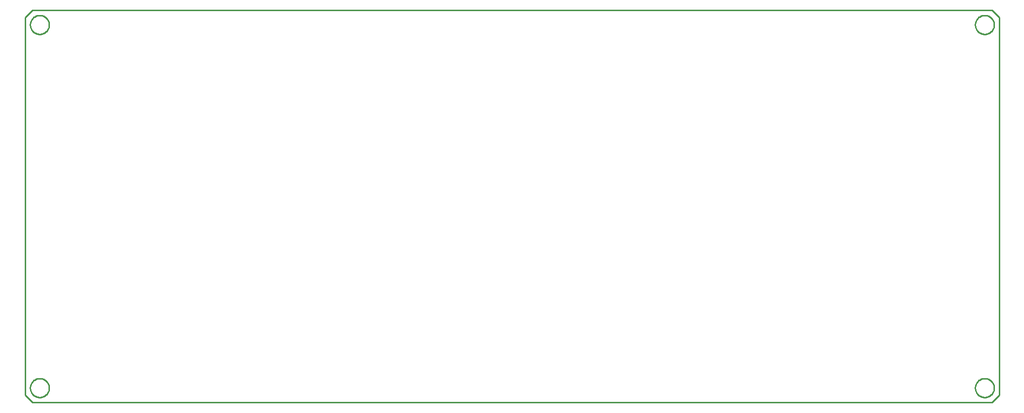
<source format=gbr>
G04 EAGLE Gerber RS-274X export*
G75*
%MOMM*%
%FSLAX34Y34*%
%LPD*%
%IN*%
%IPPOS*%
%AMOC8*
5,1,8,0,0,1.08239X$1,22.5*%
G01*
%ADD10C,0.254000*%


D10*
X0Y12700D02*
X12700Y0D01*
X1688902Y0D01*
X1701604Y12644D01*
X1701796Y673048D01*
X1689096Y685800D01*
X12700Y685800D01*
X0Y673100D01*
X0Y12700D01*
X1692910Y659860D02*
X1692839Y658781D01*
X1692698Y657709D01*
X1692487Y656649D01*
X1692208Y655605D01*
X1691860Y654581D01*
X1691446Y653583D01*
X1690968Y652613D01*
X1690428Y651677D01*
X1689827Y650778D01*
X1689169Y649921D01*
X1688457Y649108D01*
X1687692Y648344D01*
X1686879Y647631D01*
X1686022Y646973D01*
X1685123Y646372D01*
X1684187Y645832D01*
X1683217Y645354D01*
X1682219Y644940D01*
X1681195Y644592D01*
X1680151Y644313D01*
X1679091Y644102D01*
X1678019Y643961D01*
X1676940Y643890D01*
X1675860Y643890D01*
X1674781Y643961D01*
X1673709Y644102D01*
X1672649Y644313D01*
X1671605Y644592D01*
X1670581Y644940D01*
X1669583Y645354D01*
X1668613Y645832D01*
X1667677Y646372D01*
X1666778Y646973D01*
X1665921Y647631D01*
X1665108Y648344D01*
X1664344Y649108D01*
X1663631Y649921D01*
X1662973Y650778D01*
X1662372Y651677D01*
X1661832Y652613D01*
X1661354Y653583D01*
X1660940Y654581D01*
X1660592Y655605D01*
X1660313Y656649D01*
X1660102Y657709D01*
X1659961Y658781D01*
X1659890Y659860D01*
X1659890Y660940D01*
X1659961Y662019D01*
X1660102Y663091D01*
X1660313Y664151D01*
X1660592Y665195D01*
X1660940Y666219D01*
X1661354Y667217D01*
X1661832Y668187D01*
X1662372Y669123D01*
X1662973Y670022D01*
X1663631Y670879D01*
X1664344Y671692D01*
X1665108Y672457D01*
X1665921Y673169D01*
X1666778Y673827D01*
X1667677Y674428D01*
X1668613Y674968D01*
X1669583Y675446D01*
X1670581Y675860D01*
X1671605Y676208D01*
X1672649Y676487D01*
X1673709Y676698D01*
X1674781Y676839D01*
X1675860Y676910D01*
X1676940Y676910D01*
X1678019Y676839D01*
X1679091Y676698D01*
X1680151Y676487D01*
X1681195Y676208D01*
X1682219Y675860D01*
X1683217Y675446D01*
X1684187Y674968D01*
X1685123Y674428D01*
X1686022Y673827D01*
X1686879Y673169D01*
X1687692Y672457D01*
X1688457Y671692D01*
X1689169Y670879D01*
X1689827Y670022D01*
X1690428Y669123D01*
X1690968Y668187D01*
X1691446Y667217D01*
X1691860Y666219D01*
X1692208Y665195D01*
X1692487Y664151D01*
X1692698Y663091D01*
X1692839Y662019D01*
X1692910Y660940D01*
X1692910Y659860D01*
X1692910Y24860D02*
X1692839Y23781D01*
X1692698Y22709D01*
X1692487Y21649D01*
X1692208Y20605D01*
X1691860Y19581D01*
X1691446Y18583D01*
X1690968Y17613D01*
X1690428Y16677D01*
X1689827Y15778D01*
X1689169Y14921D01*
X1688457Y14108D01*
X1687692Y13344D01*
X1686879Y12631D01*
X1686022Y11973D01*
X1685123Y11372D01*
X1684187Y10832D01*
X1683217Y10354D01*
X1682219Y9940D01*
X1681195Y9592D01*
X1680151Y9313D01*
X1679091Y9102D01*
X1678019Y8961D01*
X1676940Y8890D01*
X1675860Y8890D01*
X1674781Y8961D01*
X1673709Y9102D01*
X1672649Y9313D01*
X1671605Y9592D01*
X1670581Y9940D01*
X1669583Y10354D01*
X1668613Y10832D01*
X1667677Y11372D01*
X1666778Y11973D01*
X1665921Y12631D01*
X1665108Y13344D01*
X1664344Y14108D01*
X1663631Y14921D01*
X1662973Y15778D01*
X1662372Y16677D01*
X1661832Y17613D01*
X1661354Y18583D01*
X1660940Y19581D01*
X1660592Y20605D01*
X1660313Y21649D01*
X1660102Y22709D01*
X1659961Y23781D01*
X1659890Y24860D01*
X1659890Y25940D01*
X1659961Y27019D01*
X1660102Y28091D01*
X1660313Y29151D01*
X1660592Y30195D01*
X1660940Y31219D01*
X1661354Y32217D01*
X1661832Y33187D01*
X1662372Y34123D01*
X1662973Y35022D01*
X1663631Y35879D01*
X1664344Y36692D01*
X1665108Y37457D01*
X1665921Y38169D01*
X1666778Y38827D01*
X1667677Y39428D01*
X1668613Y39968D01*
X1669583Y40446D01*
X1670581Y40860D01*
X1671605Y41208D01*
X1672649Y41487D01*
X1673709Y41698D01*
X1674781Y41839D01*
X1675860Y41910D01*
X1676940Y41910D01*
X1678019Y41839D01*
X1679091Y41698D01*
X1680151Y41487D01*
X1681195Y41208D01*
X1682219Y40860D01*
X1683217Y40446D01*
X1684187Y39968D01*
X1685123Y39428D01*
X1686022Y38827D01*
X1686879Y38169D01*
X1687692Y37457D01*
X1688457Y36692D01*
X1689169Y35879D01*
X1689827Y35022D01*
X1690428Y34123D01*
X1690968Y33187D01*
X1691446Y32217D01*
X1691860Y31219D01*
X1692208Y30195D01*
X1692487Y29151D01*
X1692698Y28091D01*
X1692839Y27019D01*
X1692910Y25940D01*
X1692910Y24860D01*
X41910Y24860D02*
X41839Y23781D01*
X41698Y22709D01*
X41487Y21649D01*
X41208Y20605D01*
X40860Y19581D01*
X40446Y18583D01*
X39968Y17613D01*
X39428Y16677D01*
X38827Y15778D01*
X38169Y14921D01*
X37457Y14108D01*
X36692Y13344D01*
X35879Y12631D01*
X35022Y11973D01*
X34123Y11372D01*
X33187Y10832D01*
X32217Y10354D01*
X31219Y9940D01*
X30195Y9592D01*
X29151Y9313D01*
X28091Y9102D01*
X27019Y8961D01*
X25940Y8890D01*
X24860Y8890D01*
X23781Y8961D01*
X22709Y9102D01*
X21649Y9313D01*
X20605Y9592D01*
X19581Y9940D01*
X18583Y10354D01*
X17613Y10832D01*
X16677Y11372D01*
X15778Y11973D01*
X14921Y12631D01*
X14108Y13344D01*
X13344Y14108D01*
X12631Y14921D01*
X11973Y15778D01*
X11372Y16677D01*
X10832Y17613D01*
X10354Y18583D01*
X9940Y19581D01*
X9592Y20605D01*
X9313Y21649D01*
X9102Y22709D01*
X8961Y23781D01*
X8890Y24860D01*
X8890Y25940D01*
X8961Y27019D01*
X9102Y28091D01*
X9313Y29151D01*
X9592Y30195D01*
X9940Y31219D01*
X10354Y32217D01*
X10832Y33187D01*
X11372Y34123D01*
X11973Y35022D01*
X12631Y35879D01*
X13344Y36692D01*
X14108Y37457D01*
X14921Y38169D01*
X15778Y38827D01*
X16677Y39428D01*
X17613Y39968D01*
X18583Y40446D01*
X19581Y40860D01*
X20605Y41208D01*
X21649Y41487D01*
X22709Y41698D01*
X23781Y41839D01*
X24860Y41910D01*
X25940Y41910D01*
X27019Y41839D01*
X28091Y41698D01*
X29151Y41487D01*
X30195Y41208D01*
X31219Y40860D01*
X32217Y40446D01*
X33187Y39968D01*
X34123Y39428D01*
X35022Y38827D01*
X35879Y38169D01*
X36692Y37457D01*
X37457Y36692D01*
X38169Y35879D01*
X38827Y35022D01*
X39428Y34123D01*
X39968Y33187D01*
X40446Y32217D01*
X40860Y31219D01*
X41208Y30195D01*
X41487Y29151D01*
X41698Y28091D01*
X41839Y27019D01*
X41910Y25940D01*
X41910Y24860D01*
X41910Y659860D02*
X41839Y658781D01*
X41698Y657709D01*
X41487Y656649D01*
X41208Y655605D01*
X40860Y654581D01*
X40446Y653583D01*
X39968Y652613D01*
X39428Y651677D01*
X38827Y650778D01*
X38169Y649921D01*
X37457Y649108D01*
X36692Y648344D01*
X35879Y647631D01*
X35022Y646973D01*
X34123Y646372D01*
X33187Y645832D01*
X32217Y645354D01*
X31219Y644940D01*
X30195Y644592D01*
X29151Y644313D01*
X28091Y644102D01*
X27019Y643961D01*
X25940Y643890D01*
X24860Y643890D01*
X23781Y643961D01*
X22709Y644102D01*
X21649Y644313D01*
X20605Y644592D01*
X19581Y644940D01*
X18583Y645354D01*
X17613Y645832D01*
X16677Y646372D01*
X15778Y646973D01*
X14921Y647631D01*
X14108Y648344D01*
X13344Y649108D01*
X12631Y649921D01*
X11973Y650778D01*
X11372Y651677D01*
X10832Y652613D01*
X10354Y653583D01*
X9940Y654581D01*
X9592Y655605D01*
X9313Y656649D01*
X9102Y657709D01*
X8961Y658781D01*
X8890Y659860D01*
X8890Y660940D01*
X8961Y662019D01*
X9102Y663091D01*
X9313Y664151D01*
X9592Y665195D01*
X9940Y666219D01*
X10354Y667217D01*
X10832Y668187D01*
X11372Y669123D01*
X11973Y670022D01*
X12631Y670879D01*
X13344Y671692D01*
X14108Y672457D01*
X14921Y673169D01*
X15778Y673827D01*
X16677Y674428D01*
X17613Y674968D01*
X18583Y675446D01*
X19581Y675860D01*
X20605Y676208D01*
X21649Y676487D01*
X22709Y676698D01*
X23781Y676839D01*
X24860Y676910D01*
X25940Y676910D01*
X27019Y676839D01*
X28091Y676698D01*
X29151Y676487D01*
X30195Y676208D01*
X31219Y675860D01*
X32217Y675446D01*
X33187Y674968D01*
X34123Y674428D01*
X35022Y673827D01*
X35879Y673169D01*
X36692Y672457D01*
X37457Y671692D01*
X38169Y670879D01*
X38827Y670022D01*
X39428Y669123D01*
X39968Y668187D01*
X40446Y667217D01*
X40860Y666219D01*
X41208Y665195D01*
X41487Y664151D01*
X41698Y663091D01*
X41839Y662019D01*
X41910Y660940D01*
X41910Y659860D01*
M02*

</source>
